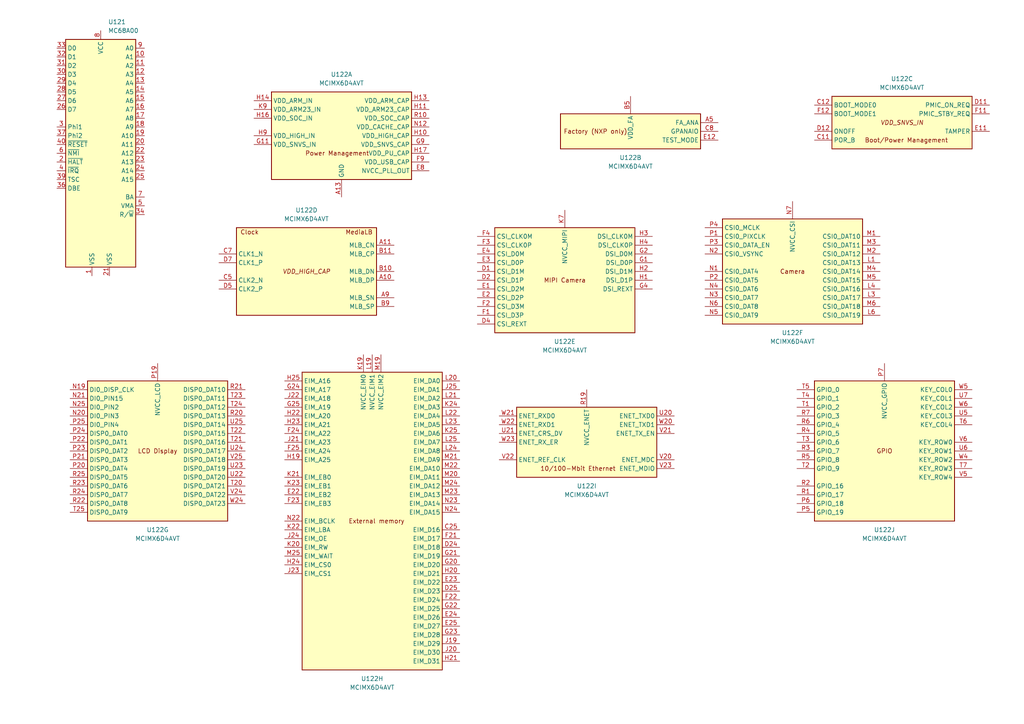
<source format=kicad_sch>
(kicad_sch (version 20250114) (generator "eeschema") (generator_version "9.0")
  (paper "A4")
  (symbol (lib_id "CPU_NXP_6800:MC68A00") (at 29.21 44.45 0) (unit 1)
    (property "Reference" "U121" (at 31.3533 6.35 0) (effects (justify left)))
    (property "Value" "MC68A00" (at 31.3533 8.89 0) (effects (justify left)))
    (property "Footprint" "Package_DIP:DIP-40_W15.24mm" (effects (hide yes)))
    (property "Datasheet" "http://pdf.datasheetcatalog.com/datasheet/motorola/MC68A00L.pdf" (effects (hide yes)))
    (property "Description" "8-Bit Microprocessing unit 1.5MHz, DIP-40" (effects (hide yes)))
  )
  (symbol (lib_id "CPU_NXP_IMX:MCIMX6D4AVT") (at 107.95 151.13 0) (unit 8)
    (property "Reference" "U122" (at 107.95 196.85 0))
    (property "Value" "MCIMX6D4AVT" (at 107.95 199.39 0))
    (property "Footprint" "Package_BGA:BGA-624_21x21mm_Layout25x25_P0.8mm" (effects (hide yes)))
    (property "Datasheet" "https://www.nxp.com/docs/en/data-sheet/IMX6DQAEC.pdf" (effects (hide yes)))
    (property "Description" "i.MX 6Dual Automotive and Infotainment Application Processor, BGA-624" (effects (hide yes)))
  )
  (symbol (lib_id "CPU_NXP_IMX:MCIMX6D4AVT") (at 229.87 78.74 0) (unit 6)
    (property "Reference" "U122" (at 229.87 96.52 0))
    (property "Value" "MCIMX6D4AVT" (at 229.87 99.06 0))
    (property "Footprint" "Package_BGA:BGA-624_21x21mm_Layout25x25_P0.8mm" (effects (hide yes)))
    (property "Datasheet" "https://www.nxp.com/docs/en/data-sheet/IMX6DQAEC.pdf" (effects (hide yes)))
    (property "Description" "i.MX 6Dual Automotive and Infotainment Application Processor, BGA-624" (effects (hide yes)))
  )
  (symbol (lib_id "CPU_NXP_IMX:MCIMX6D4AVT") (at 88.9 78.74 0) (unit 4)
    (property "Reference" "U122" (at 88.9 60.96 0))
    (property "Value" "MCIMX6D4AVT" (at 88.9 63.5 0))
    (property "Footprint" "Package_BGA:BGA-624_21x21mm_Layout25x25_P0.8mm" (effects (hide yes)))
    (property "Datasheet" "https://www.nxp.com/docs/en/data-sheet/IMX6DQAEC.pdf" (effects (hide yes)))
    (property "Description" "i.MX 6Dual Automotive and Infotainment Application Processor, BGA-624" (effects (hide yes)))
  )
  (symbol (lib_id "CPU_NXP_IMX:MCIMX6D4AVT") (at 182.88 38.1 0) (unit 2)
    (property "Reference" "U122" (at 182.88 45.72 0))
    (property "Value" "MCIMX6D4AVT" (at 182.88 48.26 0))
    (property "Footprint" "Package_BGA:BGA-624_21x21mm_Layout25x25_P0.8mm" (effects (hide yes)))
    (property "Datasheet" "https://www.nxp.com/docs/en/data-sheet/IMX6DQAEC.pdf" (effects (hide yes)))
    (property "Description" "i.MX 6Dual Automotive and Infotainment Application Processor, BGA-624" (effects (hide yes)))
  )
  (symbol (lib_id "CPU_NXP_IMX:MCIMX6D4AVT") (at 256.54 130.81 0) (unit 10)
    (property "Reference" "U122" (at 256.54 153.67 0))
    (property "Value" "MCIMX6D4AVT" (at 256.54 156.21 0))
    (property "Footprint" "Package_BGA:BGA-624_21x21mm_Layout25x25_P0.8mm" (effects (hide yes)))
    (property "Datasheet" "https://www.nxp.com/docs/en/data-sheet/IMX6DQAEC.pdf" (effects (hide yes)))
    (property "Description" "i.MX 6Dual Automotive and Infotainment Application Processor, BGA-624" (effects (hide yes)))
  )
  (symbol (lib_id "CPU_NXP_IMX:MCIMX6D4AVT") (at 45.72 130.81 0) (unit 7)
    (property "Reference" "U122" (at 45.72 153.67 0))
    (property "Value" "MCIMX6D4AVT" (at 45.72 156.21 0))
    (property "Footprint" "Package_BGA:BGA-624_21x21mm_Layout25x25_P0.8mm" (effects (hide yes)))
    (property "Datasheet" "https://www.nxp.com/docs/en/data-sheet/IMX6DQAEC.pdf" (effects (hide yes)))
    (property "Description" "i.MX 6Dual Automotive and Infotainment Application Processor, BGA-624" (effects (hide yes)))
  )
  (symbol (lib_id "CPU_NXP_IMX:MCIMX6D4AVT") (at 163.83 81.28 0) (unit 5)
    (property "Reference" "U122" (at 163.83 99.06 0))
    (property "Value" "MCIMX6D4AVT" (at 163.83 101.6 0))
    (property "Footprint" "Package_BGA:BGA-624_21x21mm_Layout25x25_P0.8mm" (effects (hide yes)))
    (property "Datasheet" "https://www.nxp.com/docs/en/data-sheet/IMX6DQAEC.pdf" (effects (hide yes)))
    (property "Description" "i.MX 6Dual Automotive and Infotainment Application Processor, BGA-624" (effects (hide yes)))
  )
  (symbol (lib_id "CPU_NXP_IMX:MCIMX6D4AVT") (at 99.06 39.37 0) (unit 1)
    (property "Reference" "U122" (at 99.06 21.59 0))
    (property "Value" "MCIMX6D4AVT" (at 99.06 24.13 0))
    (property "Footprint" "Package_BGA:BGA-624_21x21mm_Layout25x25_P0.8mm" (effects (hide yes)))
    (property "Datasheet" "https://www.nxp.com/docs/en/data-sheet/IMX6DQAEC.pdf" (effects (hide yes)))
    (property "Description" "i.MX 6Dual Automotive and Infotainment Application Processor, BGA-624" (effects (hide yes)))
  )
  (symbol (lib_id "CPU_NXP_IMX:MCIMX6D4AVT") (at 170.18 128.27 0) (unit 9)
    (property "Reference" "U122" (at 170.18 140.97 0))
    (property "Value" "MCIMX6D4AVT" (at 170.18 143.51 0))
    (property "Footprint" "Package_BGA:BGA-624_21x21mm_Layout25x25_P0.8mm" (effects (hide yes)))
    (property "Datasheet" "https://www.nxp.com/docs/en/data-sheet/IMX6DQAEC.pdf" (effects (hide yes)))
    (property "Description" "i.MX 6Dual Automotive and Infotainment Application Processor, BGA-624" (effects (hide yes)))
  )
  (symbol (lib_id "CPU_NXP_IMX:MCIMX6D4AVT") (at 261.62 35.56 0) (unit 3)
    (property "Reference" "U122" (at 261.62 22.86 0))
    (property "Value" "MCIMX6D4AVT" (at 261.62 25.4 0))
    (property "Footprint" "Package_BGA:BGA-624_21x21mm_Layout25x25_P0.8mm" (effects (hide yes)))
    (property "Datasheet" "https://www.nxp.com/docs/en/data-sheet/IMX6DQAEC.pdf" (effects (hide yes)))
    (property "Description" "i.MX 6Dual Automotive and Infotainment Application Processor, BGA-624" (effects (hide yes)))
  )
)
</source>
